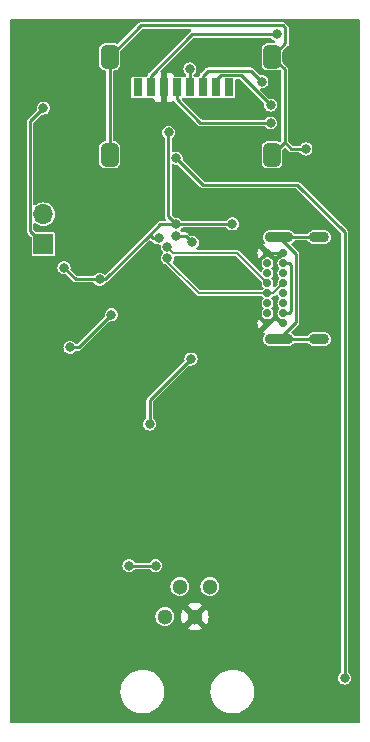
<source format=gbr>
%TF.GenerationSoftware,KiCad,Pcbnew,7.0.9*%
%TF.CreationDate,2024-01-01T22:47:05-05:00*%
%TF.ProjectId,Vex_Debug,5665785f-4465-4627-9567-2e6b69636164,rev?*%
%TF.SameCoordinates,Original*%
%TF.FileFunction,Copper,L2,Bot*%
%TF.FilePolarity,Positive*%
%FSLAX46Y46*%
G04 Gerber Fmt 4.6, Leading zero omitted, Abs format (unit mm)*
G04 Created by KiCad (PCBNEW 7.0.9) date 2024-01-01 22:47:05*
%MOMM*%
%LPD*%
G01*
G04 APERTURE LIST*
G04 Aperture macros list*
%AMRoundRect*
0 Rectangle with rounded corners*
0 $1 Rounding radius*
0 $2 $3 $4 $5 $6 $7 $8 $9 X,Y pos of 4 corners*
0 Add a 4 corners polygon primitive as box body*
4,1,4,$2,$3,$4,$5,$6,$7,$8,$9,$2,$3,0*
0 Add four circle primitives for the rounded corners*
1,1,$1+$1,$2,$3*
1,1,$1+$1,$4,$5*
1,1,$1+$1,$6,$7*
1,1,$1+$1,$8,$9*
0 Add four rect primitives between the rounded corners*
20,1,$1+$1,$2,$3,$4,$5,0*
20,1,$1+$1,$4,$5,$6,$7,0*
20,1,$1+$1,$6,$7,$8,$9,0*
20,1,$1+$1,$8,$9,$2,$3,0*%
G04 Aperture macros list end*
%TA.AperFunction,ComponentPad*%
%ADD10C,0.700000*%
%TD*%
%TA.AperFunction,ComponentPad*%
%ADD11O,2.400000X0.900000*%
%TD*%
%TA.AperFunction,ComponentPad*%
%ADD12O,1.700000X0.900000*%
%TD*%
%TA.AperFunction,ComponentPad*%
%ADD13R,1.700000X1.700000*%
%TD*%
%TA.AperFunction,ComponentPad*%
%ADD14O,1.700000X1.700000*%
%TD*%
%TA.AperFunction,ComponentPad*%
%ADD15C,1.300000*%
%TD*%
%TA.AperFunction,SMDPad,CuDef*%
%ADD16R,0.800000X1.500000*%
%TD*%
%TA.AperFunction,SMDPad,CuDef*%
%ADD17RoundRect,0.362500X0.362500X0.637500X-0.362500X0.637500X-0.362500X-0.637500X0.362500X-0.637500X0*%
%TD*%
%TA.AperFunction,ViaPad*%
%ADD18C,0.800000*%
%TD*%
%TA.AperFunction,Conductor*%
%ADD19C,0.250000*%
%TD*%
%TA.AperFunction,Conductor*%
%ADD20C,0.200000*%
%TD*%
G04 APERTURE END LIST*
D10*
%TO.P,J1,A1,GND*%
%TO.N,GND*%
X123975000Y-77975000D03*
%TO.P,J1,A4,VBUS*%
%TO.N,Net-(D6-A)*%
X123975000Y-77125000D03*
%TO.P,J1,A5,CC1*%
%TO.N,Net-(J1-CC1)*%
X123975000Y-76275000D03*
%TO.P,J1,A6,D+*%
%TO.N,/USB_D+*%
X123975000Y-75425000D03*
%TO.P,J1,A7,D-*%
%TO.N,/USB_D-*%
X123975000Y-74575000D03*
%TO.P,J1,A8,SBU1*%
%TO.N,unconnected-(J1-SBU1-PadA8)*%
X123975000Y-73725000D03*
%TO.P,J1,A9,VBUS*%
%TO.N,Net-(D6-A)*%
X123975000Y-72875000D03*
%TO.P,J1,A12,GND*%
%TO.N,GND*%
X123975000Y-72025000D03*
%TO.P,J1,B1,GND*%
X125325000Y-72025000D03*
%TO.P,J1,B4,VBUS*%
%TO.N,Net-(D6-A)*%
X125325000Y-72875000D03*
%TO.P,J1,B5,CC2*%
%TO.N,Net-(J1-CC2)*%
X125325000Y-73725000D03*
%TO.P,J1,B6,D+*%
%TO.N,/USB_D+*%
X125325000Y-74575000D03*
%TO.P,J1,B7,D-*%
%TO.N,/USB_D-*%
X125325000Y-75425000D03*
%TO.P,J1,B8,SBU2*%
%TO.N,unconnected-(J1-SBU2-PadB8)*%
X125325000Y-76275000D03*
%TO.P,J1,B9,VBUS*%
%TO.N,Net-(D6-A)*%
X125325000Y-77125000D03*
%TO.P,J1,B12,GND*%
%TO.N,GND*%
X125325000Y-77975000D03*
D11*
%TO.P,J1,S1,SHIELD*%
%TO.N,Net-(J1-SHIELD)*%
X124955000Y-79325000D03*
D12*
X128335000Y-79325000D03*
D11*
X124955000Y-70675000D03*
D12*
X128335000Y-70675000D03*
%TD*%
D13*
%TO.P,J3,1,Pin_1*%
%TO.N,/EN_PU*%
X105000000Y-71275000D03*
D14*
%TO.P,J3,2,Pin_2*%
%TO.N,/IO9_BOOT*%
X105000000Y-68735000D03*
%TD*%
D15*
%TO.P,CONN1,1,DA*%
%TO.N,/RJ9_DA*%
X115285000Y-102800000D03*
%TO.P,CONN1,2,DB*%
%TO.N,/RJ9_DB*%
X116555000Y-100260000D03*
%TO.P,CONN1,3,GND*%
%TO.N,GND*%
X117825000Y-102800000D03*
%TO.P,CONN1,4,+12V*%
%TO.N,Net-(CONN1-+12V)*%
X119095000Y-100260000D03*
%TD*%
D16*
%TO.P,J2,1,DAT2*%
%TO.N,unconnected-(J2-DAT2-Pad1)*%
X120700000Y-58000000D03*
%TO.P,J2,2,DAT3/CD*%
%TO.N,/SD_CS*%
X119600000Y-58000000D03*
%TO.P,J2,3,CMD*%
%TO.N,/SD_MOSI*%
X118500000Y-58000000D03*
%TO.P,J2,4,VDD*%
%TO.N,+3.3V*%
X117400000Y-58000000D03*
%TO.P,J2,5,CLK*%
%TO.N,/SD_SCL*%
X116300000Y-58000000D03*
%TO.P,J2,6,VSS*%
%TO.N,GND*%
X115200000Y-58000000D03*
%TO.P,J2,7,DAT0*%
%TO.N,/SD_MISO*%
X114100000Y-58000000D03*
%TO.P,J2,8,DAT1*%
%TO.N,unconnected-(J2-DAT1-Pad8)*%
X113000000Y-58000000D03*
D17*
%TO.P,J2,9,SHIELD*%
%TO.N,Net-(J2-SHIELD)*%
X124370000Y-63700000D03*
X124370000Y-55400000D03*
X110620000Y-63700000D03*
X110620000Y-55400000D03*
%TD*%
D18*
%TO.N,+3.3V*%
X120999525Y-69558581D03*
X117401503Y-56443716D03*
X109759787Y-74240213D03*
X116250000Y-69582896D03*
X106750000Y-73250000D03*
X115600000Y-61800000D03*
X114750000Y-70750000D03*
%TO.N,GND*%
X124500000Y-90000000D03*
X117750000Y-79000000D03*
X129800000Y-65400000D03*
X117106012Y-63363047D03*
X109815374Y-70388000D03*
X106000000Y-64500000D03*
X129750000Y-104500000D03*
X128000000Y-94500000D03*
X117500000Y-97000000D03*
X104902284Y-58622970D03*
X109250000Y-106000000D03*
X114000000Y-91250000D03*
X107500000Y-68000000D03*
X120363445Y-60083382D03*
X119343299Y-63363047D03*
X117750000Y-73000000D03*
X127000000Y-87000000D03*
X118000000Y-93250000D03*
X116029581Y-60099977D03*
X109250000Y-103250000D03*
%TO.N,/EN_PU*%
X105000000Y-59750000D03*
%TO.N,/RJ9_DB*%
X112250000Y-98500000D03*
X114500000Y-98500000D03*
%TO.N,Net-(D5-K)*%
X114000000Y-86500000D03*
X117500000Y-81000000D03*
%TO.N,/STAT_LED*%
X130500000Y-108000000D03*
X116250000Y-64000000D03*
%TO.N,/USB_D+*%
X115500000Y-72449503D03*
%TO.N,/USB_D-*%
X115500000Y-71500000D03*
%TO.N,/SD_CS*%
X124250000Y-59500000D03*
%TO.N,/SD_MOSI*%
X123500000Y-57500000D03*
%TO.N,/SD_SCL*%
X124250000Y-61000000D03*
%TO.N,/SD_MISO*%
X124750000Y-53500000D03*
%TO.N,Net-(J2-SHIELD)*%
X127227332Y-63215494D03*
%TO.N,Net-(Q1-E)*%
X107250000Y-80000000D03*
X110750000Y-77250000D03*
%TO.N,Net-(U4-~{RESET})*%
X117626083Y-71123917D03*
X116247807Y-70548304D03*
%TD*%
D19*
%TO.N,+3.3V*%
X116250000Y-69582896D02*
X115575000Y-68907896D01*
X117400000Y-58000000D02*
X117400000Y-56600000D01*
X114917104Y-69582896D02*
X114000000Y-70500000D01*
X109759787Y-74240213D02*
X107740213Y-74240213D01*
X116250000Y-69582896D02*
X114917104Y-69582896D01*
X114000000Y-70500000D02*
X110259787Y-74240213D01*
X115575000Y-68907896D02*
X115575000Y-61825000D01*
X117400000Y-56600000D02*
X117500000Y-56500000D01*
X107740213Y-74240213D02*
X106750000Y-73250000D01*
X120667104Y-69582896D02*
X121000000Y-69250000D01*
X110259787Y-74240213D02*
X109759787Y-74240213D01*
X114000000Y-70500000D02*
X114250000Y-70750000D01*
X115575000Y-61825000D02*
X115600000Y-61800000D01*
X116250000Y-69582896D02*
X120667104Y-69582896D01*
X114250000Y-70750000D02*
X114750000Y-70750000D01*
%TO.N,GND*%
X125325000Y-72025000D02*
X123975000Y-72025000D01*
%TO.N,Net-(D6-A)*%
X126000000Y-73055026D02*
X126000000Y-76944974D01*
X125819974Y-77125000D02*
X125325000Y-77125000D01*
X125325000Y-72875000D02*
X125819974Y-72875000D01*
X126000000Y-76944974D02*
X125819974Y-77125000D01*
X125819974Y-72875000D02*
X126000000Y-73055026D01*
%TO.N,/EN_PU*%
X103875000Y-70150000D02*
X103875000Y-60875000D01*
X103875000Y-60875000D02*
X105000000Y-59750000D01*
X105000000Y-71275000D02*
X103875000Y-70150000D01*
%TO.N,/RJ9_DB*%
X114500000Y-98500000D02*
X112250000Y-98500000D01*
%TO.N,Net-(D5-K)*%
X114000000Y-84500000D02*
X114000000Y-86500000D01*
X117500000Y-81000000D02*
X114000000Y-84500000D01*
%TO.N,Net-(J1-SHIELD)*%
X126400000Y-77880000D02*
X124955000Y-79325000D01*
X124955000Y-70675000D02*
X126400000Y-72120000D01*
X126400000Y-72120000D02*
X126400000Y-77880000D01*
X124955000Y-70675000D02*
X128335000Y-70675000D01*
X124955000Y-79325000D02*
X128335000Y-79325000D01*
%TO.N,/STAT_LED*%
X118500000Y-66250000D02*
X116250000Y-64000000D01*
X126500000Y-66250000D02*
X118500000Y-66250000D01*
X130500000Y-108000000D02*
X130500000Y-70250000D01*
X130500000Y-70250000D02*
X126500000Y-66250000D01*
D20*
%TO.N,/USB_D+*%
X123975000Y-75425000D02*
X124475000Y-75425000D01*
X115500000Y-72449503D02*
X115500000Y-72750000D01*
X124475000Y-75425000D02*
X125325000Y-74575000D01*
X115500000Y-72750000D02*
X118175000Y-75425000D01*
X118175000Y-75425000D02*
X123975000Y-75425000D01*
%TO.N,/USB_D-*%
X116000000Y-72000000D02*
X115500000Y-71500000D01*
X121400000Y-72000000D02*
X116000000Y-72000000D01*
X123975000Y-74575000D02*
X121400000Y-72000000D01*
D19*
%TO.N,/SD_CS*%
X120025000Y-56975000D02*
X121725000Y-56975000D01*
X121725000Y-56975000D02*
X124250000Y-59500000D01*
X119600000Y-58000000D02*
X119600000Y-57400000D01*
X119600000Y-57400000D02*
X120025000Y-56975000D01*
%TO.N,/SD_MOSI*%
X122575000Y-56575000D02*
X123500000Y-57500000D01*
X118500000Y-57000000D02*
X118925000Y-56575000D01*
X118500000Y-58000000D02*
X118500000Y-57000000D01*
X118925000Y-56575000D02*
X122575000Y-56575000D01*
%TO.N,/SD_SCL*%
X116300000Y-59000000D02*
X118300000Y-61000000D01*
X118300000Y-61000000D02*
X124250000Y-61000000D01*
X116300000Y-58000000D02*
X116300000Y-59000000D01*
%TO.N,/SD_MISO*%
X114100000Y-58000000D02*
X114100000Y-57000000D01*
X117600000Y-53500000D02*
X124750000Y-53500000D01*
X114100000Y-57000000D02*
X117600000Y-53500000D01*
%TO.N,Net-(J2-SHIELD)*%
X124370000Y-63700000D02*
X125425000Y-62645000D01*
X125250000Y-52750000D02*
X125500000Y-53000000D01*
X110620000Y-63700000D02*
X110620000Y-55400000D01*
X125425000Y-62645000D02*
X125425000Y-56455000D01*
X125500000Y-53000000D02*
X125500000Y-54270000D01*
X110620000Y-55400000D02*
X113270000Y-52750000D01*
X125995494Y-63215494D02*
X125425000Y-62645000D01*
X125500000Y-54270000D02*
X124370000Y-55400000D01*
X125425000Y-56455000D02*
X124370000Y-55400000D01*
X113270000Y-52750000D02*
X125250000Y-52750000D01*
X127227332Y-63215494D02*
X125995494Y-63215494D01*
X110620000Y-63700000D02*
X110958047Y-64038047D01*
X124031953Y-64038047D02*
X124370000Y-63700000D01*
%TO.N,Net-(Q1-E)*%
X108000000Y-80000000D02*
X110750000Y-77250000D01*
X107250000Y-80000000D02*
X108000000Y-80000000D01*
%TO.N,Net-(U4-~{RESET})*%
X117050470Y-70548304D02*
X117626083Y-71123917D01*
X116247807Y-70548304D02*
X117050470Y-70548304D01*
%TD*%
%TA.AperFunction,Conductor*%
%TO.N,GND*%
G36*
X121312171Y-72270502D02*
G01*
X121333145Y-72287405D01*
X123443783Y-74398043D01*
X123477809Y-74460355D01*
X123479406Y-74505066D01*
X123470789Y-74565009D01*
X123469353Y-74575000D01*
X123489835Y-74717457D01*
X123509142Y-74759733D01*
X123549623Y-74848373D01*
X123609511Y-74917488D01*
X123639004Y-74982069D01*
X123628899Y-75052343D01*
X123609511Y-75082512D01*
X123567486Y-75131012D01*
X123507760Y-75169396D01*
X123472261Y-75174500D01*
X118330950Y-75174500D01*
X118262829Y-75154498D01*
X118241855Y-75137595D01*
X115994098Y-72889838D01*
X115960072Y-72827526D01*
X115965137Y-72756711D01*
X115977361Y-72734644D01*
X115976732Y-72734281D01*
X115980861Y-72727128D01*
X115994272Y-72694750D01*
X116036330Y-72593212D01*
X116055250Y-72449503D01*
X116047804Y-72392946D01*
X116058743Y-72322798D01*
X116105871Y-72269699D01*
X116172726Y-72250500D01*
X121244050Y-72250500D01*
X121312171Y-72270502D01*
G37*
%TD.AperFunction*%
%TA.AperFunction,Conductor*%
G36*
X131741621Y-52220502D02*
G01*
X131788114Y-52274158D01*
X131799500Y-52326500D01*
X131799500Y-111673500D01*
X131779498Y-111741621D01*
X131725842Y-111788114D01*
X131673500Y-111799500D01*
X102326500Y-111799500D01*
X102258379Y-111779498D01*
X102211886Y-111725842D01*
X102200500Y-111673500D01*
X102200500Y-109217911D01*
X111521780Y-109217911D01*
X111551468Y-109487742D01*
X111620132Y-109750386D01*
X111726304Y-110000227D01*
X111867716Y-110231940D01*
X111867721Y-110231946D01*
X112041366Y-110440602D01*
X112041370Y-110440606D01*
X112243535Y-110621748D01*
X112243539Y-110621750D01*
X112243546Y-110621757D01*
X112469947Y-110771542D01*
X112469949Y-110771543D01*
X112715740Y-110886766D01*
X112715742Y-110886766D01*
X112715743Y-110886767D01*
X112975697Y-110964975D01*
X112975700Y-110964975D01*
X112975702Y-110964976D01*
X113244264Y-111004500D01*
X113244268Y-111004500D01*
X113447783Y-111004500D01*
X113528964Y-110998558D01*
X113650740Y-110989645D01*
X113915709Y-110930621D01*
X114169261Y-110833646D01*
X114405991Y-110700786D01*
X114620853Y-110534875D01*
X114809269Y-110339447D01*
X114967223Y-110118668D01*
X115091348Y-109877244D01*
X115178998Y-109620320D01*
X115228306Y-109353371D01*
X115233256Y-109217911D01*
X119141780Y-109217911D01*
X119171468Y-109487742D01*
X119240132Y-109750386D01*
X119346304Y-110000227D01*
X119487716Y-110231940D01*
X119487721Y-110231946D01*
X119661366Y-110440602D01*
X119661370Y-110440606D01*
X119863535Y-110621748D01*
X119863539Y-110621750D01*
X119863546Y-110621757D01*
X120089947Y-110771542D01*
X120089949Y-110771543D01*
X120335740Y-110886766D01*
X120335742Y-110886766D01*
X120335743Y-110886767D01*
X120595697Y-110964975D01*
X120595700Y-110964975D01*
X120595702Y-110964976D01*
X120864264Y-111004500D01*
X120864268Y-111004500D01*
X121067783Y-111004500D01*
X121148964Y-110998558D01*
X121270740Y-110989645D01*
X121535709Y-110930621D01*
X121789261Y-110833646D01*
X122025991Y-110700786D01*
X122240853Y-110534875D01*
X122429269Y-110339447D01*
X122587223Y-110118668D01*
X122711348Y-109877244D01*
X122798998Y-109620320D01*
X122848306Y-109353371D01*
X122858220Y-109082089D01*
X122843315Y-108946629D01*
X122828531Y-108812257D01*
X122828530Y-108812253D01*
X122759868Y-108549616D01*
X122653697Y-108299776D01*
X122512281Y-108068056D01*
X122338632Y-107859396D01*
X122335166Y-107856290D01*
X122136464Y-107678251D01*
X122136459Y-107678247D01*
X122136454Y-107678243D01*
X121910053Y-107528458D01*
X121910050Y-107528456D01*
X121664259Y-107413233D01*
X121404297Y-107335023D01*
X121135735Y-107295500D01*
X121135732Y-107295500D01*
X120932219Y-107295500D01*
X120932217Y-107295500D01*
X120729262Y-107310354D01*
X120464287Y-107369380D01*
X120464285Y-107369381D01*
X120210738Y-107466354D01*
X119974008Y-107599214D01*
X119759145Y-107765126D01*
X119759144Y-107765127D01*
X119570732Y-107960551D01*
X119570727Y-107960557D01*
X119412779Y-108181328D01*
X119412775Y-108181333D01*
X119288652Y-108422753D01*
X119201000Y-108679686D01*
X119151693Y-108946632D01*
X119141780Y-109217911D01*
X115233256Y-109217911D01*
X115238220Y-109082089D01*
X115223315Y-108946629D01*
X115208531Y-108812257D01*
X115208530Y-108812253D01*
X115139868Y-108549616D01*
X115033697Y-108299776D01*
X114892281Y-108068056D01*
X114718632Y-107859396D01*
X114715166Y-107856290D01*
X114516464Y-107678251D01*
X114516459Y-107678247D01*
X114516454Y-107678243D01*
X114290053Y-107528458D01*
X114290050Y-107528456D01*
X114044259Y-107413233D01*
X113784297Y-107335023D01*
X113515735Y-107295500D01*
X113515732Y-107295500D01*
X113312219Y-107295500D01*
X113312217Y-107295500D01*
X113109262Y-107310354D01*
X112844287Y-107369380D01*
X112844285Y-107369381D01*
X112590738Y-107466354D01*
X112354008Y-107599214D01*
X112139145Y-107765126D01*
X112139144Y-107765127D01*
X111950732Y-107960551D01*
X111950727Y-107960557D01*
X111792779Y-108181328D01*
X111792775Y-108181333D01*
X111668652Y-108422753D01*
X111581000Y-108679686D01*
X111531693Y-108946632D01*
X111521780Y-109217911D01*
X102200500Y-109217911D01*
X102200500Y-102800000D01*
X114479435Y-102800000D01*
X114499632Y-102979255D01*
X114499633Y-102979257D01*
X114559211Y-103149522D01*
X114559212Y-103149525D01*
X114655182Y-103302260D01*
X114655183Y-103302262D01*
X114782737Y-103429816D01*
X114782739Y-103429817D01*
X114935474Y-103525787D01*
X114935475Y-103525787D01*
X114935478Y-103525789D01*
X115105745Y-103585368D01*
X115285000Y-103605565D01*
X115464255Y-103585368D01*
X115634522Y-103525789D01*
X115787262Y-103429816D01*
X115914816Y-103302262D01*
X116010789Y-103149522D01*
X116070368Y-102979255D01*
X116090565Y-102800004D01*
X116662039Y-102800004D01*
X116681840Y-103013688D01*
X116681840Y-103013692D01*
X116740570Y-103220109D01*
X116740571Y-103220111D01*
X116836232Y-103412221D01*
X116843690Y-103422097D01*
X116843691Y-103422097D01*
X117380155Y-102885632D01*
X117381327Y-102901265D01*
X117430887Y-103027541D01*
X117515465Y-103133599D01*
X117627547Y-103210016D01*
X117739623Y-103244586D01*
X117205674Y-103778534D01*
X117306623Y-103841039D01*
X117306630Y-103841042D01*
X117506736Y-103918564D01*
X117506735Y-103918564D01*
X117717697Y-103958000D01*
X117932303Y-103958000D01*
X118143264Y-103918564D01*
X118343370Y-103841042D01*
X118343379Y-103841037D01*
X118444325Y-103778534D01*
X117908316Y-103242525D01*
X117959138Y-103234865D01*
X118081357Y-103176007D01*
X118180798Y-103083740D01*
X118248625Y-102966260D01*
X118267550Y-102883339D01*
X118806308Y-103422097D01*
X118813769Y-103412219D01*
X118909429Y-103220107D01*
X118968159Y-103013692D01*
X118968159Y-103013688D01*
X118987961Y-102800004D01*
X118987961Y-102799995D01*
X118968159Y-102586311D01*
X118968159Y-102586307D01*
X118909429Y-102379890D01*
X118909428Y-102379888D01*
X118813768Y-102187779D01*
X118806308Y-102177901D01*
X118269844Y-102714364D01*
X118268673Y-102698735D01*
X118219113Y-102572459D01*
X118134535Y-102466401D01*
X118022453Y-102389984D01*
X117910376Y-102355413D01*
X118444324Y-101821464D01*
X118343376Y-101758960D01*
X118343369Y-101758957D01*
X118143263Y-101681435D01*
X118143264Y-101681435D01*
X117932303Y-101642000D01*
X117717697Y-101642000D01*
X117506735Y-101681435D01*
X117306630Y-101758957D01*
X117306618Y-101758963D01*
X117205673Y-101821464D01*
X117741683Y-102357474D01*
X117690862Y-102365135D01*
X117568643Y-102423993D01*
X117469202Y-102516260D01*
X117401375Y-102633740D01*
X117382449Y-102716659D01*
X116843690Y-102177901D01*
X116836232Y-102187777D01*
X116836232Y-102187778D01*
X116740571Y-102379888D01*
X116740570Y-102379890D01*
X116681840Y-102586307D01*
X116681840Y-102586311D01*
X116662039Y-102799995D01*
X116662039Y-102800004D01*
X116090565Y-102800004D01*
X116090565Y-102800000D01*
X116070368Y-102620745D01*
X116010789Y-102450478D01*
X116010787Y-102450475D01*
X116010787Y-102450474D01*
X115914817Y-102297739D01*
X115914816Y-102297737D01*
X115787262Y-102170183D01*
X115787260Y-102170182D01*
X115634525Y-102074212D01*
X115634522Y-102074211D01*
X115464255Y-102014632D01*
X115285000Y-101994435D01*
X115105745Y-102014632D01*
X115105742Y-102014632D01*
X115105742Y-102014633D01*
X114935477Y-102074211D01*
X114935474Y-102074212D01*
X114782739Y-102170182D01*
X114782737Y-102170183D01*
X114655183Y-102297737D01*
X114655182Y-102297739D01*
X114559212Y-102450474D01*
X114559211Y-102450477D01*
X114559211Y-102450478D01*
X114499632Y-102620745D01*
X114479435Y-102800000D01*
X102200500Y-102800000D01*
X102200500Y-100260000D01*
X115749435Y-100260000D01*
X115769632Y-100439255D01*
X115769633Y-100439257D01*
X115829211Y-100609522D01*
X115829212Y-100609525D01*
X115925182Y-100762260D01*
X115925183Y-100762262D01*
X116052737Y-100889816D01*
X116052739Y-100889817D01*
X116205474Y-100985787D01*
X116205475Y-100985787D01*
X116205478Y-100985789D01*
X116375745Y-101045368D01*
X116555000Y-101065565D01*
X116734255Y-101045368D01*
X116904522Y-100985789D01*
X117057262Y-100889816D01*
X117184816Y-100762262D01*
X117280789Y-100609522D01*
X117340368Y-100439255D01*
X117360565Y-100260000D01*
X118289435Y-100260000D01*
X118309632Y-100439255D01*
X118309633Y-100439257D01*
X118369211Y-100609522D01*
X118369212Y-100609525D01*
X118465182Y-100762260D01*
X118465183Y-100762262D01*
X118592737Y-100889816D01*
X118592739Y-100889817D01*
X118745474Y-100985787D01*
X118745475Y-100985787D01*
X118745478Y-100985789D01*
X118915745Y-101045368D01*
X119095000Y-101065565D01*
X119274255Y-101045368D01*
X119444522Y-100985789D01*
X119597262Y-100889816D01*
X119724816Y-100762262D01*
X119820789Y-100609522D01*
X119880368Y-100439255D01*
X119900565Y-100260000D01*
X119880368Y-100080745D01*
X119820789Y-99910478D01*
X119820787Y-99910475D01*
X119820787Y-99910474D01*
X119724817Y-99757739D01*
X119724816Y-99757737D01*
X119597262Y-99630183D01*
X119597260Y-99630182D01*
X119444525Y-99534212D01*
X119444522Y-99534211D01*
X119274255Y-99474632D01*
X119095000Y-99454435D01*
X118915745Y-99474632D01*
X118915742Y-99474632D01*
X118915742Y-99474633D01*
X118745477Y-99534211D01*
X118745474Y-99534212D01*
X118592739Y-99630182D01*
X118592737Y-99630183D01*
X118465183Y-99757737D01*
X118465182Y-99757739D01*
X118369212Y-99910474D01*
X118369211Y-99910477D01*
X118369211Y-99910478D01*
X118309632Y-100080745D01*
X118289435Y-100260000D01*
X117360565Y-100260000D01*
X117340368Y-100080745D01*
X117280789Y-99910478D01*
X117280787Y-99910475D01*
X117280787Y-99910474D01*
X117184817Y-99757739D01*
X117184816Y-99757737D01*
X117057262Y-99630183D01*
X117057260Y-99630182D01*
X116904525Y-99534212D01*
X116904522Y-99534211D01*
X116734255Y-99474632D01*
X116555000Y-99454435D01*
X116375745Y-99474632D01*
X116375742Y-99474632D01*
X116375742Y-99474633D01*
X116205477Y-99534211D01*
X116205474Y-99534212D01*
X116052739Y-99630182D01*
X116052737Y-99630183D01*
X115925183Y-99757737D01*
X115925182Y-99757739D01*
X115829212Y-99910474D01*
X115829211Y-99910477D01*
X115829211Y-99910478D01*
X115769632Y-100080745D01*
X115749435Y-100260000D01*
X102200500Y-100260000D01*
X102200500Y-98500000D01*
X111694750Y-98500000D01*
X111713670Y-98643709D01*
X111769137Y-98777624D01*
X111857378Y-98892621D01*
X111972375Y-98980862D01*
X112056821Y-99015839D01*
X112106291Y-99036330D01*
X112250000Y-99055250D01*
X112393709Y-99036330D01*
X112478155Y-99001351D01*
X112527624Y-98980862D01*
X112642618Y-98892623D01*
X112642617Y-98892623D01*
X112642621Y-98892621D01*
X112694666Y-98824793D01*
X112752002Y-98782929D01*
X112794627Y-98775500D01*
X113955373Y-98775500D01*
X114023494Y-98795502D01*
X114055331Y-98824792D01*
X114107379Y-98892621D01*
X114107381Y-98892623D01*
X114222375Y-98980862D01*
X114306821Y-99015839D01*
X114356291Y-99036330D01*
X114500000Y-99055250D01*
X114643709Y-99036330D01*
X114728155Y-99001351D01*
X114777624Y-98980862D01*
X114892621Y-98892621D01*
X114980862Y-98777624D01*
X115001351Y-98728155D01*
X115036330Y-98643709D01*
X115055250Y-98500000D01*
X115036330Y-98356291D01*
X115015839Y-98306821D01*
X114980862Y-98222375D01*
X114892621Y-98107378D01*
X114777624Y-98019137D01*
X114643709Y-97963670D01*
X114500000Y-97944750D01*
X114356290Y-97963670D01*
X114222375Y-98019137D01*
X114107381Y-98107376D01*
X114107379Y-98107379D01*
X114055333Y-98175206D01*
X113997998Y-98217071D01*
X113955373Y-98224500D01*
X112794627Y-98224500D01*
X112726506Y-98204498D01*
X112694668Y-98175207D01*
X112642621Y-98107379D01*
X112642619Y-98107377D01*
X112642618Y-98107376D01*
X112527624Y-98019137D01*
X112393709Y-97963670D01*
X112250000Y-97944750D01*
X112106290Y-97963670D01*
X111972375Y-98019137D01*
X111857378Y-98107378D01*
X111769137Y-98222375D01*
X111713670Y-98356290D01*
X111694750Y-98499999D01*
X111694750Y-98500000D01*
X102200500Y-98500000D01*
X102200500Y-86500000D01*
X113444750Y-86500000D01*
X113463670Y-86643709D01*
X113519137Y-86777624D01*
X113607378Y-86892621D01*
X113722375Y-86980862D01*
X113806821Y-87015839D01*
X113856291Y-87036330D01*
X114000000Y-87055250D01*
X114143709Y-87036330D01*
X114228155Y-87001351D01*
X114277624Y-86980862D01*
X114392621Y-86892621D01*
X114480862Y-86777624D01*
X114501351Y-86728155D01*
X114536330Y-86643709D01*
X114555250Y-86500000D01*
X114536330Y-86356291D01*
X114515839Y-86306821D01*
X114480862Y-86222375D01*
X114392621Y-86107378D01*
X114324796Y-86055334D01*
X114282929Y-85997996D01*
X114275500Y-85955372D01*
X114275500Y-84666305D01*
X114295502Y-84598184D01*
X114312400Y-84577215D01*
X117309699Y-81579915D01*
X117372009Y-81545891D01*
X117415234Y-81544090D01*
X117500000Y-81555250D01*
X117643709Y-81536330D01*
X117728155Y-81501351D01*
X117777624Y-81480862D01*
X117892621Y-81392621D01*
X117980862Y-81277624D01*
X118017031Y-81190301D01*
X118036330Y-81143709D01*
X118055250Y-81000000D01*
X118036330Y-80856291D01*
X118015839Y-80806821D01*
X117980862Y-80722375D01*
X117892621Y-80607378D01*
X117777624Y-80519137D01*
X117643709Y-80463670D01*
X117500000Y-80444750D01*
X117356290Y-80463670D01*
X117222375Y-80519137D01*
X117107378Y-80607378D01*
X117019137Y-80722375D01*
X116963670Y-80856290D01*
X116944750Y-80999999D01*
X116944750Y-81000002D01*
X116955908Y-81084761D01*
X116944968Y-81154909D01*
X116920081Y-81190301D01*
X113833152Y-84277230D01*
X113814065Y-84292896D01*
X113801375Y-84301375D01*
X113740485Y-84392503D01*
X113738674Y-84398472D01*
X113738064Y-84404676D01*
X113719103Y-84499999D01*
X113722079Y-84514960D01*
X113724500Y-84539542D01*
X113724500Y-85955372D01*
X113704498Y-86023493D01*
X113675204Y-86055334D01*
X113607378Y-86107378D01*
X113519137Y-86222375D01*
X113463670Y-86356290D01*
X113444750Y-86499999D01*
X113444750Y-86500000D01*
X102200500Y-86500000D01*
X102200500Y-80000000D01*
X106694750Y-80000000D01*
X106713670Y-80143709D01*
X106769137Y-80277624D01*
X106857378Y-80392621D01*
X106972375Y-80480862D01*
X107056821Y-80515839D01*
X107106291Y-80536330D01*
X107250000Y-80555250D01*
X107393709Y-80536330D01*
X107478155Y-80501351D01*
X107527624Y-80480862D01*
X107642618Y-80392623D01*
X107642617Y-80392623D01*
X107642621Y-80392621D01*
X107694666Y-80324793D01*
X107752002Y-80282929D01*
X107794627Y-80275500D01*
X107960457Y-80275500D01*
X107985038Y-80277921D01*
X107988587Y-80278626D01*
X108000000Y-80280897D01*
X108027132Y-80275500D01*
X108027133Y-80275500D01*
X108107495Y-80259515D01*
X108149465Y-80231471D01*
X108175622Y-80213994D01*
X108175622Y-80213993D01*
X108189266Y-80204877D01*
X108189268Y-80204874D01*
X108198624Y-80198624D01*
X108207100Y-80185938D01*
X108222765Y-80166849D01*
X110414614Y-77975000D01*
X123112274Y-77975000D01*
X123131128Y-78154376D01*
X123186858Y-78325896D01*
X123186860Y-78325901D01*
X123215420Y-78375369D01*
X123570140Y-78020649D01*
X123775000Y-78020649D01*
X123814613Y-78102905D01*
X123885992Y-78159827D01*
X123952468Y-78175000D01*
X123997532Y-78175000D01*
X124064008Y-78159827D01*
X124135387Y-78102905D01*
X124175000Y-78020649D01*
X124175000Y-77929351D01*
X124135387Y-77847095D01*
X124064008Y-77790173D01*
X123997532Y-77775000D01*
X123952468Y-77775000D01*
X123885992Y-77790173D01*
X123814613Y-77847095D01*
X123775000Y-77929351D01*
X123775000Y-78020649D01*
X123570140Y-78020649D01*
X123615790Y-77974999D01*
X123215420Y-77574629D01*
X123215419Y-77574630D01*
X123186864Y-77624091D01*
X123186858Y-77624102D01*
X123131128Y-77795623D01*
X123112274Y-77975000D01*
X110414614Y-77975000D01*
X110559699Y-77829915D01*
X110622009Y-77795891D01*
X110665234Y-77794090D01*
X110750000Y-77805250D01*
X110893709Y-77786330D01*
X110978155Y-77751351D01*
X111027624Y-77730862D01*
X111142621Y-77642621D01*
X111230862Y-77527624D01*
X111267031Y-77440301D01*
X111286330Y-77393709D01*
X111305250Y-77250000D01*
X111286330Y-77106291D01*
X111265839Y-77056821D01*
X111230862Y-76972375D01*
X111142621Y-76857378D01*
X111027624Y-76769137D01*
X110893709Y-76713670D01*
X110750000Y-76694750D01*
X110606290Y-76713670D01*
X110472375Y-76769137D01*
X110357378Y-76857378D01*
X110269137Y-76972375D01*
X110213670Y-77106290D01*
X110194750Y-77249999D01*
X110194750Y-77250002D01*
X110205908Y-77334761D01*
X110194968Y-77404909D01*
X110170081Y-77440301D01*
X107922789Y-79687595D01*
X107860477Y-79721620D01*
X107833694Y-79724500D01*
X107794627Y-79724500D01*
X107726506Y-79704498D01*
X107694668Y-79675207D01*
X107642621Y-79607379D01*
X107642619Y-79607377D01*
X107642618Y-79607376D01*
X107527624Y-79519137D01*
X107393709Y-79463670D01*
X107250000Y-79444750D01*
X107106290Y-79463670D01*
X106972375Y-79519137D01*
X106857378Y-79607378D01*
X106769137Y-79722375D01*
X106713670Y-79856290D01*
X106694750Y-79999999D01*
X106694750Y-80000000D01*
X102200500Y-80000000D01*
X102200500Y-73250000D01*
X106194750Y-73250000D01*
X106213670Y-73393709D01*
X106269137Y-73527624D01*
X106357378Y-73642621D01*
X106472375Y-73730862D01*
X106541159Y-73759352D01*
X106606291Y-73786330D01*
X106750000Y-73805250D01*
X106834762Y-73794090D01*
X106904907Y-73805029D01*
X106940301Y-73829917D01*
X107517441Y-74407057D01*
X107533109Y-74426147D01*
X107541588Y-74438836D01*
X107541589Y-74438837D01*
X107561683Y-74452263D01*
X107561699Y-74452275D01*
X107632719Y-74499729D01*
X107740212Y-74521110D01*
X107740212Y-74521109D01*
X107740213Y-74521110D01*
X107755176Y-74518133D01*
X107779755Y-74515713D01*
X109215160Y-74515713D01*
X109283281Y-74535715D01*
X109315118Y-74565005D01*
X109367166Y-74632834D01*
X109367168Y-74632836D01*
X109482162Y-74721075D01*
X109556714Y-74751954D01*
X109616078Y-74776543D01*
X109759787Y-74795463D01*
X109903496Y-74776543D01*
X109987942Y-74741564D01*
X110037411Y-74721075D01*
X110064167Y-74700544D01*
X110152408Y-74632834D01*
X110205368Y-74563814D01*
X110262705Y-74521948D01*
X110280616Y-74516966D01*
X110280716Y-74516946D01*
X110280850Y-74516933D01*
X110280848Y-74516921D01*
X110302849Y-74512544D01*
X110367282Y-74499728D01*
X110409252Y-74471684D01*
X110435409Y-74454207D01*
X110435409Y-74454206D01*
X110449053Y-74445090D01*
X110449055Y-74445087D01*
X110458411Y-74438837D01*
X110466890Y-74426147D01*
X110482552Y-74407062D01*
X113912088Y-70977527D01*
X113974398Y-70943503D01*
X114045214Y-70948568D01*
X114071179Y-70961856D01*
X114077355Y-70965983D01*
X114142503Y-71009514D01*
X114142505Y-71009515D01*
X114222867Y-71025500D01*
X114222869Y-71025500D01*
X114225161Y-71025956D01*
X114225169Y-71025957D01*
X114229220Y-71026762D01*
X114229448Y-71026809D01*
X114292248Y-71059926D01*
X114304417Y-71073601D01*
X114357378Y-71142621D01*
X114472375Y-71230862D01*
X114542830Y-71260044D01*
X114606291Y-71286330D01*
X114750000Y-71305250D01*
X114811475Y-71297156D01*
X114881622Y-71308095D01*
X114934721Y-71355222D01*
X114953912Y-71423576D01*
X114952843Y-71438524D01*
X114944750Y-71499998D01*
X114944750Y-71500000D01*
X114963670Y-71643709D01*
X115019137Y-71777624D01*
X115111542Y-71898047D01*
X115137143Y-71964267D01*
X115122878Y-72033816D01*
X115111543Y-72051455D01*
X115019136Y-72171881D01*
X114963670Y-72305793D01*
X114944750Y-72449502D01*
X114944750Y-72449503D01*
X114963670Y-72593212D01*
X115019137Y-72727127D01*
X115107378Y-72842124D01*
X115222375Y-72930365D01*
X115323800Y-72972375D01*
X115356291Y-72985833D01*
X115356294Y-72985833D01*
X115358214Y-72986348D01*
X115359939Y-72987344D01*
X115363920Y-72988993D01*
X115363702Y-72989517D01*
X115414700Y-73018960D01*
X117971643Y-75575903D01*
X117987309Y-75594991D01*
X117994399Y-75605601D01*
X118047463Y-75641057D01*
X118077259Y-75660966D01*
X118175000Y-75680408D01*
X118175001Y-75680408D01*
X118187504Y-75677921D01*
X118212085Y-75675500D01*
X123472261Y-75675500D01*
X123540382Y-75695502D01*
X123567486Y-75718988D01*
X123609511Y-75767488D01*
X123639004Y-75832069D01*
X123628899Y-75902343D01*
X123609511Y-75932512D01*
X123549623Y-76001626D01*
X123489835Y-76132543D01*
X123469353Y-76275000D01*
X123489835Y-76417456D01*
X123549623Y-76548373D01*
X123609511Y-76617488D01*
X123639004Y-76682069D01*
X123628899Y-76752343D01*
X123609511Y-76782512D01*
X123549623Y-76851626D01*
X123546996Y-76857379D01*
X123489835Y-76982543D01*
X123469353Y-77125000D01*
X123489835Y-77267457D01*
X123543294Y-77384515D01*
X123549623Y-77398373D01*
X123643873Y-77507144D01*
X123704409Y-77546048D01*
X123764947Y-77584953D01*
X123903039Y-77625500D01*
X124046961Y-77625500D01*
X124185053Y-77584953D01*
X124306128Y-77507143D01*
X124400377Y-77398373D01*
X124460165Y-77267457D01*
X124480647Y-77125000D01*
X124460165Y-76982543D01*
X124400377Y-76851627D01*
X124340488Y-76782510D01*
X124310996Y-76717932D01*
X124321099Y-76647658D01*
X124340486Y-76617490D01*
X124400377Y-76548373D01*
X124460165Y-76417457D01*
X124480647Y-76275000D01*
X124460165Y-76132543D01*
X124400377Y-76001627D01*
X124340488Y-75932510D01*
X124310996Y-75867932D01*
X124321099Y-75797658D01*
X124340486Y-75767490D01*
X124378262Y-75723894D01*
X124437988Y-75685512D01*
X124473486Y-75680408D01*
X124475000Y-75680408D01*
X124572741Y-75660966D01*
X124602536Y-75641057D01*
X124655601Y-75605601D01*
X124655603Y-75605597D01*
X124664375Y-75596826D01*
X124667227Y-75599678D01*
X124704327Y-75568666D01*
X124774769Y-75559810D01*
X124838816Y-75590444D01*
X124869241Y-75631846D01*
X124882539Y-75660965D01*
X124899623Y-75698373D01*
X124959511Y-75767488D01*
X124989004Y-75832069D01*
X124978899Y-75902343D01*
X124959511Y-75932512D01*
X124899623Y-76001626D01*
X124839835Y-76132543D01*
X124819353Y-76275000D01*
X124839835Y-76417456D01*
X124899623Y-76548373D01*
X124959511Y-76617488D01*
X124989004Y-76682069D01*
X124978899Y-76752343D01*
X124959511Y-76782512D01*
X124899623Y-76851626D01*
X124896996Y-76857379D01*
X124839835Y-76982543D01*
X124819353Y-77125000D01*
X124839835Y-77267457D01*
X124893294Y-77384515D01*
X124899623Y-77398373D01*
X124993873Y-77507144D01*
X125054409Y-77546048D01*
X125114947Y-77584953D01*
X125253039Y-77625500D01*
X125282520Y-77625500D01*
X125350641Y-77645502D01*
X125371615Y-77662405D01*
X125595115Y-77885905D01*
X125629141Y-77948217D01*
X125624076Y-78019032D01*
X125595115Y-78064096D01*
X125414095Y-78245115D01*
X125351783Y-78279140D01*
X125280967Y-78274075D01*
X125235905Y-78245114D01*
X125011440Y-78020649D01*
X125125000Y-78020649D01*
X125164613Y-78102905D01*
X125235992Y-78159827D01*
X125302468Y-78175000D01*
X125347532Y-78175000D01*
X125414008Y-78159827D01*
X125485387Y-78102905D01*
X125525000Y-78020649D01*
X125525000Y-77929351D01*
X125485387Y-77847095D01*
X125414008Y-77790173D01*
X125347532Y-77775000D01*
X125302468Y-77775000D01*
X125235992Y-77790173D01*
X125164613Y-77847095D01*
X125125000Y-77929351D01*
X125125000Y-78020649D01*
X125011440Y-78020649D01*
X124650001Y-77659210D01*
X124649999Y-77659210D01*
X123975000Y-78334210D01*
X123573687Y-78735522D01*
X123671198Y-78778936D01*
X123725294Y-78824916D01*
X123745944Y-78892843D01*
X123726592Y-78961151D01*
X123719914Y-78970745D01*
X123680467Y-79022153D01*
X123680463Y-79022160D01*
X123619955Y-79168239D01*
X123599318Y-79324999D01*
X123599318Y-79325000D01*
X123619955Y-79481760D01*
X123619956Y-79481762D01*
X123680464Y-79627841D01*
X123776718Y-79753282D01*
X123902159Y-79849536D01*
X124048238Y-79910044D01*
X124165639Y-79925500D01*
X124165646Y-79925500D01*
X125744354Y-79925500D01*
X125744361Y-79925500D01*
X125861762Y-79910044D01*
X126007841Y-79849536D01*
X126133282Y-79753282D01*
X126212689Y-79649795D01*
X126270027Y-79607929D01*
X126312652Y-79600500D01*
X127327348Y-79600500D01*
X127395469Y-79620502D01*
X127427309Y-79649794D01*
X127506718Y-79753282D01*
X127632159Y-79849536D01*
X127778238Y-79910044D01*
X127895639Y-79925500D01*
X127895646Y-79925500D01*
X128774354Y-79925500D01*
X128774361Y-79925500D01*
X128891762Y-79910044D01*
X129037841Y-79849536D01*
X129163282Y-79753282D01*
X129259536Y-79627841D01*
X129320044Y-79481762D01*
X129340682Y-79325000D01*
X129320044Y-79168238D01*
X129259536Y-79022159D01*
X129163282Y-78896718D01*
X129037841Y-78800464D01*
X128965198Y-78770374D01*
X128891760Y-78739955D01*
X128774363Y-78724500D01*
X128774361Y-78724500D01*
X127895639Y-78724500D01*
X127895636Y-78724500D01*
X127778239Y-78739955D01*
X127632160Y-78800463D01*
X127632157Y-78800465D01*
X127511768Y-78892843D01*
X127506718Y-78896718D01*
X127449916Y-78970745D01*
X127427311Y-79000204D01*
X127369973Y-79042071D01*
X127327348Y-79049500D01*
X126312652Y-79049500D01*
X126244531Y-79029498D01*
X126212689Y-79000204D01*
X126133282Y-78896718D01*
X126043350Y-78827711D01*
X126001484Y-78770374D01*
X125997262Y-78699503D01*
X126030958Y-78638656D01*
X126566849Y-78102765D01*
X126585938Y-78087100D01*
X126598624Y-78078624D01*
X126658444Y-77989097D01*
X126660714Y-77985922D01*
X126669707Y-77974135D01*
X126666295Y-77957748D01*
X126668307Y-77943295D01*
X126680897Y-77880000D01*
X126677921Y-77865037D01*
X126675500Y-77840457D01*
X126675500Y-72159542D01*
X126677921Y-72134960D01*
X126680897Y-72120000D01*
X126659516Y-72012506D01*
X126649968Y-71998217D01*
X126612062Y-71941486D01*
X126612050Y-71941470D01*
X126598623Y-71921375D01*
X126585934Y-71912896D01*
X126566844Y-71897228D01*
X126030961Y-71361345D01*
X125996935Y-71299033D01*
X126002000Y-71228218D01*
X126043351Y-71172288D01*
X126133282Y-71103282D01*
X126212689Y-70999795D01*
X126270027Y-70957929D01*
X126312652Y-70950500D01*
X127327348Y-70950500D01*
X127395469Y-70970502D01*
X127427309Y-70999794D01*
X127506718Y-71103282D01*
X127632159Y-71199536D01*
X127778238Y-71260044D01*
X127895639Y-71275500D01*
X127895646Y-71275500D01*
X128774354Y-71275500D01*
X128774361Y-71275500D01*
X128891762Y-71260044D01*
X129037841Y-71199536D01*
X129163282Y-71103282D01*
X129259536Y-70977841D01*
X129320044Y-70831762D01*
X129340682Y-70675000D01*
X129334390Y-70627211D01*
X129320044Y-70518239D01*
X129301047Y-70472375D01*
X129259536Y-70372159D01*
X129163282Y-70246718D01*
X129037841Y-70150464D01*
X129036719Y-70149999D01*
X128891760Y-70089955D01*
X128774363Y-70074500D01*
X128774361Y-70074500D01*
X127895639Y-70074500D01*
X127895636Y-70074500D01*
X127778239Y-70089955D01*
X127632160Y-70150463D01*
X127632157Y-70150465D01*
X127549787Y-70213670D01*
X127506718Y-70246718D01*
X127439507Y-70334310D01*
X127427311Y-70350204D01*
X127369973Y-70392071D01*
X127327348Y-70399500D01*
X126312652Y-70399500D01*
X126244531Y-70379498D01*
X126212689Y-70350204D01*
X126200494Y-70334311D01*
X126133282Y-70246718D01*
X126007841Y-70150464D01*
X126006719Y-70149999D01*
X125861760Y-70089955D01*
X125744363Y-70074500D01*
X125744361Y-70074500D01*
X124165639Y-70074500D01*
X124165636Y-70074500D01*
X124048239Y-70089955D01*
X123902160Y-70150463D01*
X123902157Y-70150465D01*
X123776718Y-70246718D01*
X123680465Y-70372157D01*
X123680463Y-70372160D01*
X123619955Y-70518239D01*
X123599318Y-70674999D01*
X123599318Y-70675000D01*
X123619955Y-70831760D01*
X123680463Y-70977839D01*
X123680468Y-70977847D01*
X123719912Y-71029251D01*
X123745513Y-71095471D01*
X123731248Y-71165020D01*
X123681647Y-71215816D01*
X123671199Y-71221062D01*
X123573687Y-71264477D01*
X124649999Y-72340789D01*
X124920139Y-72070649D01*
X125125000Y-72070649D01*
X125164613Y-72152905D01*
X125235992Y-72209827D01*
X125302468Y-72225000D01*
X125347532Y-72225000D01*
X125414008Y-72209827D01*
X125485387Y-72152905D01*
X125525000Y-72070649D01*
X125525000Y-71979351D01*
X125485387Y-71897095D01*
X125414008Y-71840173D01*
X125347532Y-71825000D01*
X125302468Y-71825000D01*
X125235992Y-71840173D01*
X125164613Y-71897095D01*
X125125000Y-71979351D01*
X125125000Y-72070649D01*
X124920139Y-72070649D01*
X125235904Y-71754885D01*
X125298217Y-71720860D01*
X125369032Y-71725924D01*
X125414095Y-71754885D01*
X125595115Y-71935905D01*
X125629141Y-71998217D01*
X125624076Y-72069032D01*
X125595115Y-72114095D01*
X125371615Y-72337595D01*
X125309303Y-72371621D01*
X125282520Y-72374500D01*
X125253039Y-72374500D01*
X125114946Y-72415047D01*
X124993873Y-72492855D01*
X124899623Y-72601626D01*
X124899623Y-72601627D01*
X124839835Y-72732543D01*
X124819353Y-72875000D01*
X124839835Y-73017457D01*
X124880404Y-73106290D01*
X124899623Y-73148373D01*
X124959511Y-73217488D01*
X124989004Y-73282069D01*
X124978899Y-73352343D01*
X124959511Y-73382512D01*
X124899623Y-73451626D01*
X124899623Y-73451627D01*
X124839835Y-73582543D01*
X124819353Y-73725000D01*
X124836978Y-73847589D01*
X124839835Y-73867456D01*
X124899623Y-73998373D01*
X124959511Y-74067488D01*
X124989004Y-74132069D01*
X124978899Y-74202343D01*
X124959511Y-74232512D01*
X124899623Y-74301626D01*
X124899623Y-74301627D01*
X124839835Y-74432543D01*
X124820790Y-74565009D01*
X124819353Y-74575001D01*
X124829406Y-74644930D01*
X124819301Y-74715204D01*
X124793783Y-74751954D01*
X124644565Y-74901172D01*
X124582253Y-74935198D01*
X124511438Y-74930133D01*
X124454602Y-74887586D01*
X124429791Y-74821066D01*
X124440856Y-74759736D01*
X124460165Y-74717457D01*
X124480647Y-74575000D01*
X124460165Y-74432543D01*
X124400377Y-74301627D01*
X124340488Y-74232510D01*
X124310996Y-74167932D01*
X124321099Y-74097658D01*
X124340486Y-74067490D01*
X124400377Y-73998373D01*
X124460165Y-73867457D01*
X124480647Y-73725000D01*
X124460165Y-73582543D01*
X124400377Y-73451627D01*
X124340488Y-73382510D01*
X124310996Y-73317932D01*
X124321099Y-73247658D01*
X124340486Y-73217490D01*
X124400377Y-73148373D01*
X124460165Y-73017457D01*
X124480647Y-72875000D01*
X124460165Y-72732543D01*
X124400377Y-72601627D01*
X124306128Y-72492857D01*
X124306127Y-72492856D01*
X124306126Y-72492855D01*
X124185053Y-72415047D01*
X124046961Y-72374500D01*
X123903039Y-72374500D01*
X123764946Y-72415047D01*
X123643873Y-72492855D01*
X123549623Y-72601626D01*
X123549623Y-72601627D01*
X123489835Y-72732543D01*
X123469353Y-72875000D01*
X123489835Y-73017457D01*
X123530404Y-73106290D01*
X123549623Y-73148373D01*
X123609511Y-73217488D01*
X123639004Y-73282069D01*
X123628899Y-73352343D01*
X123609511Y-73382512D01*
X123549623Y-73451626D01*
X123549621Y-73451629D01*
X123517244Y-73522524D01*
X123470751Y-73576180D01*
X123402630Y-73596181D01*
X123334509Y-73576178D01*
X123313536Y-73559276D01*
X121779260Y-72025000D01*
X123112274Y-72025000D01*
X123131128Y-72204376D01*
X123186858Y-72375896D01*
X123186860Y-72375901D01*
X123215420Y-72425369D01*
X123570140Y-72070649D01*
X123775000Y-72070649D01*
X123814613Y-72152905D01*
X123885992Y-72209827D01*
X123952468Y-72225000D01*
X123997532Y-72225000D01*
X124064008Y-72209827D01*
X124135387Y-72152905D01*
X124175000Y-72070649D01*
X124175000Y-71979351D01*
X124135387Y-71897095D01*
X124064008Y-71840173D01*
X123997532Y-71825000D01*
X123952468Y-71825000D01*
X123885992Y-71840173D01*
X123814613Y-71897095D01*
X123775000Y-71979351D01*
X123775000Y-72070649D01*
X123570140Y-72070649D01*
X123615790Y-72024999D01*
X123215420Y-71624629D01*
X123215419Y-71624630D01*
X123186864Y-71674091D01*
X123186858Y-71674102D01*
X123131128Y-71845623D01*
X123112274Y-72025000D01*
X121779260Y-72025000D01*
X121603357Y-71849097D01*
X121587686Y-71830003D01*
X121580600Y-71819398D01*
X121518082Y-71777625D01*
X121497742Y-71764035D01*
X121497743Y-71764035D01*
X121497741Y-71764034D01*
X121497738Y-71764033D01*
X121497737Y-71764033D01*
X121400000Y-71744592D01*
X121399999Y-71744592D01*
X121387496Y-71747079D01*
X121362915Y-71749500D01*
X118086286Y-71749500D01*
X118018165Y-71729498D01*
X117971672Y-71675842D01*
X117961568Y-71605568D01*
X117991062Y-71540988D01*
X118009578Y-71523540D01*
X118018704Y-71516538D01*
X118106944Y-71401542D01*
X118106943Y-71401542D01*
X118106945Y-71401541D01*
X118145650Y-71308095D01*
X118162413Y-71267626D01*
X118181333Y-71123917D01*
X118162413Y-70980208D01*
X118141922Y-70930738D01*
X118106945Y-70846292D01*
X118018704Y-70731295D01*
X117903707Y-70643054D01*
X117769792Y-70587587D01*
X117626083Y-70568667D01*
X117541323Y-70579826D01*
X117471174Y-70568887D01*
X117435781Y-70543999D01*
X117273239Y-70381457D01*
X117257568Y-70362362D01*
X117249094Y-70349680D01*
X117226094Y-70334311D01*
X117199431Y-70316496D01*
X117157966Y-70288789D01*
X117071467Y-70271583D01*
X117071463Y-70271582D01*
X117050472Y-70267407D01*
X117050470Y-70267407D01*
X117035508Y-70270383D01*
X117010927Y-70272804D01*
X116792434Y-70272804D01*
X116724313Y-70252802D01*
X116692475Y-70223511D01*
X116640428Y-70155683D01*
X116640426Y-70155682D01*
X116635400Y-70149131D01*
X116636457Y-70148319D01*
X116606511Y-70093479D01*
X116611576Y-70022664D01*
X116637642Y-69982106D01*
X116637593Y-69982069D01*
X116638045Y-69981478D01*
X116640542Y-69977595D01*
X116642616Y-69975520D01*
X116642621Y-69975517D01*
X116694666Y-69907689D01*
X116752002Y-69865825D01*
X116794627Y-69858396D01*
X120473555Y-69858396D01*
X120541676Y-69878398D01*
X120573517Y-69907692D01*
X120606903Y-69951202D01*
X120721900Y-70039443D01*
X120799262Y-70071486D01*
X120855816Y-70094911D01*
X120999525Y-70113831D01*
X121143234Y-70094911D01*
X121227680Y-70059932D01*
X121277149Y-70039443D01*
X121392146Y-69951202D01*
X121480387Y-69836205D01*
X121500876Y-69786736D01*
X121535855Y-69702290D01*
X121554775Y-69558581D01*
X121535855Y-69414872D01*
X121497959Y-69323381D01*
X121480387Y-69280956D01*
X121392146Y-69165959D01*
X121277150Y-69077719D01*
X121185746Y-69039859D01*
X121163963Y-69028216D01*
X121107493Y-68990484D01*
X121000000Y-68969103D01*
X120892506Y-68990484D01*
X120837582Y-69027182D01*
X120815803Y-69038823D01*
X120721903Y-69077718D01*
X120721893Y-69077724D01*
X120606906Y-69165957D01*
X120606904Y-69165960D01*
X120536200Y-69258101D01*
X120478865Y-69299967D01*
X120436240Y-69307396D01*
X116794627Y-69307396D01*
X116726506Y-69287394D01*
X116694668Y-69258103D01*
X116642621Y-69190275D01*
X116642619Y-69190273D01*
X116642618Y-69190272D01*
X116527624Y-69102033D01*
X116393709Y-69046566D01*
X116250000Y-69027646D01*
X116165240Y-69038805D01*
X116095091Y-69027866D01*
X116059698Y-69002978D01*
X115887405Y-68830685D01*
X115853379Y-68768373D01*
X115850500Y-68741590D01*
X115850500Y-64618950D01*
X115870502Y-64550829D01*
X115924158Y-64504336D01*
X115994432Y-64494232D01*
X116024711Y-64502539D01*
X116106291Y-64536330D01*
X116250000Y-64555250D01*
X116334762Y-64544090D01*
X116404907Y-64555029D01*
X116440301Y-64579917D01*
X118277228Y-66416844D01*
X118292896Y-66435933D01*
X118301376Y-66448624D01*
X118321470Y-66462050D01*
X118321486Y-66462062D01*
X118392506Y-66509516D01*
X118499999Y-66530897D01*
X118499999Y-66530896D01*
X118500000Y-66530897D01*
X118514963Y-66527920D01*
X118539542Y-66525500D01*
X126333694Y-66525500D01*
X126401815Y-66545502D01*
X126422789Y-66562405D01*
X130187595Y-70327211D01*
X130221621Y-70389523D01*
X130224500Y-70416306D01*
X130224500Y-107455372D01*
X130204498Y-107523493D01*
X130175204Y-107555334D01*
X130107378Y-107607378D01*
X130019137Y-107722375D01*
X129963670Y-107856290D01*
X129944750Y-107999999D01*
X129944750Y-108000000D01*
X129963670Y-108143709D01*
X130019137Y-108277624D01*
X130107378Y-108392621D01*
X130222375Y-108480862D01*
X130306821Y-108515839D01*
X130356291Y-108536330D01*
X130500000Y-108555250D01*
X130643709Y-108536330D01*
X130728155Y-108501351D01*
X130777624Y-108480862D01*
X130892621Y-108392621D01*
X130980862Y-108277624D01*
X131001351Y-108228155D01*
X131036330Y-108143709D01*
X131055250Y-108000000D01*
X131036330Y-107856291D01*
X131015839Y-107806821D01*
X130980862Y-107722375D01*
X130892621Y-107607378D01*
X130824796Y-107555334D01*
X130782929Y-107497996D01*
X130775500Y-107455372D01*
X130775500Y-70289542D01*
X130777921Y-70264960D01*
X130780897Y-70250000D01*
X130759515Y-70142505D01*
X130713994Y-70074378D01*
X130712062Y-70071486D01*
X130712050Y-70071470D01*
X130698624Y-70051376D01*
X130698623Y-70051375D01*
X130685934Y-70042896D01*
X130666844Y-70027228D01*
X126722769Y-66083153D01*
X126707098Y-66064058D01*
X126698624Y-66051375D01*
X126680772Y-66039447D01*
X126680771Y-66039446D01*
X126649466Y-66018529D01*
X126607494Y-65990484D01*
X126520997Y-65973279D01*
X126520993Y-65973278D01*
X126500002Y-65969103D01*
X126500000Y-65969103D01*
X126485038Y-65972079D01*
X126460457Y-65974500D01*
X118666306Y-65974500D01*
X118598185Y-65954498D01*
X118577211Y-65937595D01*
X116829917Y-64190301D01*
X116795891Y-64127989D01*
X116794090Y-64084764D01*
X116805250Y-64000000D01*
X116786330Y-63856291D01*
X116750896Y-63770744D01*
X116730862Y-63722375D01*
X116642621Y-63607378D01*
X116527624Y-63519137D01*
X116393709Y-63463670D01*
X116250000Y-63444750D01*
X116106290Y-63463670D01*
X116024717Y-63497458D01*
X115954127Y-63505047D01*
X115890640Y-63473267D01*
X115854414Y-63412208D01*
X115850500Y-63381049D01*
X115850500Y-62363810D01*
X115870502Y-62295689D01*
X115899791Y-62263852D01*
X115992621Y-62192621D01*
X116080861Y-62077625D01*
X116080860Y-62077625D01*
X116080862Y-62077624D01*
X116101351Y-62028155D01*
X116136330Y-61943709D01*
X116155250Y-61800000D01*
X116136330Y-61656291D01*
X116115839Y-61606821D01*
X116080862Y-61522375D01*
X115992621Y-61407378D01*
X115877624Y-61319137D01*
X115743709Y-61263670D01*
X115600000Y-61244750D01*
X115456290Y-61263670D01*
X115322375Y-61319137D01*
X115207378Y-61407378D01*
X115119137Y-61522375D01*
X115063670Y-61656290D01*
X115044750Y-61799999D01*
X115044750Y-61800000D01*
X115063670Y-61943709D01*
X115119137Y-62077624D01*
X115207376Y-62192618D01*
X115207377Y-62192619D01*
X115207379Y-62192621D01*
X115250205Y-62225482D01*
X115292071Y-62282819D01*
X115299500Y-62325444D01*
X115299500Y-68868353D01*
X115297079Y-68892933D01*
X115294103Y-68907895D01*
X115294103Y-68907898D01*
X115298278Y-68928889D01*
X115298279Y-68928893D01*
X115315485Y-69015392D01*
X115379632Y-69111393D01*
X115400848Y-69179146D01*
X115382066Y-69247613D01*
X115329249Y-69295057D01*
X115274868Y-69307396D01*
X114956647Y-69307396D01*
X114932066Y-69304975D01*
X114917104Y-69301999D01*
X114917101Y-69301999D01*
X114897566Y-69305884D01*
X114897545Y-69305889D01*
X114809611Y-69323380D01*
X114809608Y-69323381D01*
X114792746Y-69334649D01*
X114743175Y-69367770D01*
X114743169Y-69367774D01*
X114718479Y-69384272D01*
X114710002Y-69396958D01*
X114694337Y-69416045D01*
X113833153Y-70277230D01*
X113814065Y-70292896D01*
X113801375Y-70301375D01*
X113792896Y-70314065D01*
X113777230Y-70333152D01*
X110293000Y-73817382D01*
X110230688Y-73851408D01*
X110159873Y-73846343D01*
X110127201Y-73828250D01*
X110037408Y-73759349D01*
X109903496Y-73703883D01*
X109759787Y-73684963D01*
X109616077Y-73703883D01*
X109482162Y-73759350D01*
X109367168Y-73847589D01*
X109367166Y-73847592D01*
X109315120Y-73915419D01*
X109257785Y-73957284D01*
X109215160Y-73964713D01*
X107906519Y-73964713D01*
X107838398Y-73944711D01*
X107817424Y-73927808D01*
X107329917Y-73440301D01*
X107295891Y-73377989D01*
X107294090Y-73334764D01*
X107305250Y-73250000D01*
X107286330Y-73106291D01*
X107250157Y-73018960D01*
X107230862Y-72972375D01*
X107142621Y-72857378D01*
X107027624Y-72769137D01*
X106893709Y-72713670D01*
X106750000Y-72694750D01*
X106606290Y-72713670D01*
X106472375Y-72769137D01*
X106357378Y-72857378D01*
X106269137Y-72972375D01*
X106213670Y-73106290D01*
X106194750Y-73249999D01*
X106194750Y-73250000D01*
X102200500Y-73250000D01*
X102200500Y-70150002D01*
X103594103Y-70150002D01*
X103598278Y-70170993D01*
X103598279Y-70170997D01*
X103615484Y-70257492D01*
X103615485Y-70257495D01*
X103632683Y-70283233D01*
X103654908Y-70316496D01*
X103662068Y-70327211D01*
X103676375Y-70348623D01*
X103676375Y-70348624D01*
X103689058Y-70357098D01*
X103708153Y-70372769D01*
X103962595Y-70627211D01*
X103996621Y-70689523D01*
X103999500Y-70716306D01*
X103999500Y-72139820D01*
X104008232Y-72183721D01*
X104008234Y-72183725D01*
X104041495Y-72233504D01*
X104091274Y-72266765D01*
X104091278Y-72266767D01*
X104135180Y-72275500D01*
X104135185Y-72275500D01*
X105864815Y-72275500D01*
X105864820Y-72275500D01*
X105908722Y-72266767D01*
X105958504Y-72233504D01*
X105991767Y-72183722D01*
X106000500Y-72139820D01*
X106000500Y-70410180D01*
X105991767Y-70366278D01*
X105991765Y-70366274D01*
X105958504Y-70316495D01*
X105908725Y-70283234D01*
X105908721Y-70283232D01*
X105864820Y-70274500D01*
X104441306Y-70274500D01*
X104373185Y-70254498D01*
X104352211Y-70237595D01*
X104187405Y-70072789D01*
X104153379Y-70010477D01*
X104150500Y-69983694D01*
X104150500Y-69598527D01*
X104170502Y-69530406D01*
X104224158Y-69483913D01*
X104294432Y-69473809D01*
X104356431Y-69501126D01*
X104441462Y-69570910D01*
X104615273Y-69663814D01*
X104803868Y-69721024D01*
X104803872Y-69721024D01*
X104803874Y-69721025D01*
X104999997Y-69740341D01*
X105000000Y-69740341D01*
X105000003Y-69740341D01*
X105196124Y-69721025D01*
X105196126Y-69721025D01*
X105196127Y-69721024D01*
X105196132Y-69721024D01*
X105384727Y-69663814D01*
X105558538Y-69570910D01*
X105710883Y-69445883D01*
X105835910Y-69293538D01*
X105928814Y-69119727D01*
X105986024Y-68931132D01*
X105986245Y-68928889D01*
X106005341Y-68735003D01*
X106005341Y-68734996D01*
X105986025Y-68538875D01*
X105986025Y-68538873D01*
X105986024Y-68538870D01*
X105986024Y-68538868D01*
X105928814Y-68350273D01*
X105835910Y-68176462D01*
X105710883Y-68024117D01*
X105558538Y-67899090D01*
X105384728Y-67806186D01*
X105196125Y-67748974D01*
X105000003Y-67729659D01*
X104999997Y-67729659D01*
X104803875Y-67748974D01*
X104803873Y-67748974D01*
X104615271Y-67806186D01*
X104441461Y-67899090D01*
X104356434Y-67968871D01*
X104291087Y-67996625D01*
X104221108Y-67984643D01*
X104168716Y-67936731D01*
X104150500Y-67871472D01*
X104150500Y-64386556D01*
X109744500Y-64386556D01*
X109744502Y-64386580D01*
X109751067Y-64447661D01*
X109751068Y-64447666D01*
X109751069Y-64447667D01*
X109802621Y-64585883D01*
X109802622Y-64585884D01*
X109802623Y-64585887D01*
X109891023Y-64703976D01*
X110009112Y-64792376D01*
X110009113Y-64792376D01*
X110009117Y-64792379D01*
X110147333Y-64843931D01*
X110147336Y-64843931D01*
X110147338Y-64843932D01*
X110174703Y-64846873D01*
X110208435Y-64850500D01*
X111031564Y-64850499D01*
X111058519Y-64847601D01*
X111092661Y-64843932D01*
X111092662Y-64843931D01*
X111092667Y-64843931D01*
X111230883Y-64792379D01*
X111348976Y-64703976D01*
X111437379Y-64585883D01*
X111488931Y-64447667D01*
X111495499Y-64386580D01*
X111495499Y-64386576D01*
X111495499Y-64386574D01*
X111495500Y-64386565D01*
X111495499Y-63013436D01*
X111488931Y-62952333D01*
X111437379Y-62814117D01*
X111437376Y-62814113D01*
X111437376Y-62814112D01*
X111348976Y-62696023D01*
X111230887Y-62607623D01*
X111230884Y-62607622D01*
X111230883Y-62607621D01*
X111092667Y-62556069D01*
X111092666Y-62556068D01*
X111092661Y-62556067D01*
X111031576Y-62549500D01*
X111031565Y-62549500D01*
X111021500Y-62549500D01*
X110953379Y-62529498D01*
X110906886Y-62475842D01*
X110895500Y-62423500D01*
X110895500Y-56676499D01*
X110915502Y-56608378D01*
X110969158Y-56561885D01*
X111021500Y-56550499D01*
X111031557Y-56550499D01*
X111031564Y-56550499D01*
X111058519Y-56547601D01*
X111092661Y-56543932D01*
X111092662Y-56543931D01*
X111092667Y-56543931D01*
X111230883Y-56492379D01*
X111348976Y-56403976D01*
X111437379Y-56285883D01*
X111488931Y-56147667D01*
X111495499Y-56086580D01*
X111495499Y-56086576D01*
X111495499Y-56086574D01*
X111495500Y-56086565D01*
X111495499Y-54966304D01*
X111515501Y-54898184D01*
X111532395Y-54877219D01*
X113347213Y-53062402D01*
X113409523Y-53028379D01*
X113436306Y-53025500D01*
X117398887Y-53025500D01*
X117467008Y-53045502D01*
X117513501Y-53099158D01*
X117523605Y-53169432D01*
X117494111Y-53234012D01*
X117468890Y-53256263D01*
X117449718Y-53269074D01*
X117426071Y-53284874D01*
X117426065Y-53284878D01*
X117401375Y-53301376D01*
X117392896Y-53314065D01*
X117377230Y-53333152D01*
X113933152Y-56777230D01*
X113914065Y-56792896D01*
X113901376Y-56801375D01*
X113884667Y-56826379D01*
X113884655Y-56826399D01*
X113868552Y-56850500D01*
X113868338Y-56850821D01*
X113840485Y-56892503D01*
X113824500Y-56972866D01*
X113819485Y-56998080D01*
X113786579Y-57060990D01*
X113724884Y-57096122D01*
X113695906Y-57099500D01*
X113685179Y-57099500D01*
X113641278Y-57108232D01*
X113641276Y-57108233D01*
X113619999Y-57122450D01*
X113552246Y-57143663D01*
X113483779Y-57124878D01*
X113480001Y-57122450D01*
X113458723Y-57108233D01*
X113458721Y-57108232D01*
X113414820Y-57099500D01*
X112585180Y-57099500D01*
X112585179Y-57099500D01*
X112541278Y-57108232D01*
X112541274Y-57108234D01*
X112491495Y-57141495D01*
X112458234Y-57191274D01*
X112458232Y-57191278D01*
X112449500Y-57235179D01*
X112449500Y-58764820D01*
X112458232Y-58808721D01*
X112458234Y-58808725D01*
X112491495Y-58858504D01*
X112541274Y-58891765D01*
X112541278Y-58891767D01*
X112585180Y-58900500D01*
X112585185Y-58900500D01*
X113414815Y-58900500D01*
X113414820Y-58900500D01*
X113458722Y-58891767D01*
X113479998Y-58877551D01*
X113547751Y-58856336D01*
X113616218Y-58875119D01*
X113620002Y-58877551D01*
X113641278Y-58891767D01*
X113685180Y-58900500D01*
X113685185Y-58900500D01*
X114226465Y-58900500D01*
X114294586Y-58920502D01*
X114341079Y-58974158D01*
X114344521Y-58982470D01*
X114349552Y-58995960D01*
X114349553Y-58995961D01*
X114437095Y-59112904D01*
X114554034Y-59200444D01*
X114690906Y-59251494D01*
X114751402Y-59257999D01*
X114751415Y-59258000D01*
X114946000Y-59258000D01*
X115454000Y-59258000D01*
X115648585Y-59258000D01*
X115648597Y-59257999D01*
X115709093Y-59251494D01*
X115845963Y-59200444D01*
X115910605Y-59152053D01*
X115977125Y-59127241D01*
X116046499Y-59142331D01*
X116090880Y-59182916D01*
X116101376Y-59198624D01*
X116114058Y-59207098D01*
X116133153Y-59222769D01*
X118077228Y-61166844D01*
X118092896Y-61185934D01*
X118101375Y-61198623D01*
X118121470Y-61212050D01*
X118121486Y-61212062D01*
X118150534Y-61231471D01*
X118192505Y-61259515D01*
X118261781Y-61273294D01*
X118278934Y-61276707D01*
X118278937Y-61276707D01*
X118300000Y-61280897D01*
X118312126Y-61278484D01*
X118314962Y-61277921D01*
X118339543Y-61275500D01*
X123705373Y-61275500D01*
X123773494Y-61295502D01*
X123805331Y-61324792D01*
X123857379Y-61392621D01*
X123857381Y-61392623D01*
X123972375Y-61480862D01*
X124056821Y-61515839D01*
X124106291Y-61536330D01*
X124250000Y-61555250D01*
X124393709Y-61536330D01*
X124478155Y-61501351D01*
X124527624Y-61480862D01*
X124642621Y-61392621D01*
X124730862Y-61277624D01*
X124757218Y-61213992D01*
X124786330Y-61143709D01*
X124805250Y-61000000D01*
X124786330Y-60856291D01*
X124765839Y-60806821D01*
X124730862Y-60722375D01*
X124642621Y-60607378D01*
X124527624Y-60519137D01*
X124393709Y-60463670D01*
X124250000Y-60444750D01*
X124106290Y-60463670D01*
X123972375Y-60519137D01*
X123857381Y-60607376D01*
X123857379Y-60607379D01*
X123805333Y-60675206D01*
X123747998Y-60717071D01*
X123705373Y-60724500D01*
X118466306Y-60724500D01*
X118398185Y-60704498D01*
X118377211Y-60687595D01*
X116761272Y-59071656D01*
X116727246Y-59009344D01*
X116732311Y-58938529D01*
X116774858Y-58881693D01*
X116841378Y-58856882D01*
X116910752Y-58871973D01*
X116920366Y-58877794D01*
X116941278Y-58891767D01*
X116985180Y-58900500D01*
X116985185Y-58900500D01*
X117814815Y-58900500D01*
X117814820Y-58900500D01*
X117858722Y-58891767D01*
X117879998Y-58877551D01*
X117947751Y-58856336D01*
X118016218Y-58875119D01*
X118020002Y-58877551D01*
X118041278Y-58891767D01*
X118085180Y-58900500D01*
X118085185Y-58900500D01*
X118914815Y-58900500D01*
X118914820Y-58900500D01*
X118958722Y-58891767D01*
X118979998Y-58877551D01*
X119047751Y-58856336D01*
X119116218Y-58875119D01*
X119120002Y-58877551D01*
X119141278Y-58891767D01*
X119185180Y-58900500D01*
X119185185Y-58900500D01*
X120014815Y-58900500D01*
X120014820Y-58900500D01*
X120058722Y-58891767D01*
X120079998Y-58877551D01*
X120147751Y-58856336D01*
X120216218Y-58875119D01*
X120220002Y-58877551D01*
X120241278Y-58891767D01*
X120285180Y-58900500D01*
X120285185Y-58900500D01*
X121114815Y-58900500D01*
X121114820Y-58900500D01*
X121158722Y-58891767D01*
X121208504Y-58858504D01*
X121241767Y-58808722D01*
X121250500Y-58764820D01*
X121250500Y-57376500D01*
X121270502Y-57308379D01*
X121324158Y-57261886D01*
X121376500Y-57250500D01*
X121558694Y-57250500D01*
X121626815Y-57270502D01*
X121647789Y-57287405D01*
X123670082Y-59309698D01*
X123704108Y-59372010D01*
X123705909Y-59415240D01*
X123694750Y-59499999D01*
X123694750Y-59500000D01*
X123713670Y-59643709D01*
X123769137Y-59777624D01*
X123857378Y-59892621D01*
X123972375Y-59980862D01*
X124056821Y-60015839D01*
X124106291Y-60036330D01*
X124250000Y-60055250D01*
X124393709Y-60036330D01*
X124478155Y-60001351D01*
X124527624Y-59980862D01*
X124642621Y-59892621D01*
X124730862Y-59777624D01*
X124751351Y-59728155D01*
X124786330Y-59643709D01*
X124805250Y-59500000D01*
X124786330Y-59356291D01*
X124750231Y-59269139D01*
X124730862Y-59222375D01*
X124642621Y-59107378D01*
X124527624Y-59019137D01*
X124393709Y-58963670D01*
X124250000Y-58944750D01*
X124165240Y-58955909D01*
X124095091Y-58944970D01*
X124059698Y-58920082D01*
X123409961Y-58270345D01*
X123375935Y-58208033D01*
X123381000Y-58137218D01*
X123423547Y-58080382D01*
X123490067Y-58055571D01*
X123499056Y-58055250D01*
X123500000Y-58055250D01*
X123643709Y-58036330D01*
X123728155Y-58001351D01*
X123777624Y-57980862D01*
X123892621Y-57892621D01*
X123980862Y-57777624D01*
X124001351Y-57728155D01*
X124036330Y-57643709D01*
X124055250Y-57500000D01*
X124036330Y-57356291D01*
X123992511Y-57250500D01*
X123980862Y-57222375D01*
X123892621Y-57107378D01*
X123777624Y-57019137D01*
X123643709Y-56963670D01*
X123500000Y-56944750D01*
X123415240Y-56955909D01*
X123345091Y-56944970D01*
X123309698Y-56920082D01*
X122797769Y-56408153D01*
X122782098Y-56389058D01*
X122773624Y-56376376D01*
X122750622Y-56361006D01*
X122730416Y-56347505D01*
X122719910Y-56340485D01*
X122701202Y-56327985D01*
X122682496Y-56315485D01*
X122595997Y-56298279D01*
X122595993Y-56298278D01*
X122575002Y-56294103D01*
X122575000Y-56294103D01*
X122560038Y-56297079D01*
X122535457Y-56299500D01*
X118964542Y-56299500D01*
X118939962Y-56297079D01*
X118925000Y-56294103D01*
X118924999Y-56294103D01*
X118924997Y-56294103D01*
X118905462Y-56297988D01*
X118905441Y-56297993D01*
X118817503Y-56315485D01*
X118780090Y-56340485D01*
X118751071Y-56359874D01*
X118751065Y-56359878D01*
X118726375Y-56376376D01*
X118717896Y-56389065D01*
X118702230Y-56408152D01*
X118333152Y-56777230D01*
X118314065Y-56792896D01*
X118301376Y-56801375D01*
X118284667Y-56826379D01*
X118284655Y-56826399D01*
X118268552Y-56850500D01*
X118268338Y-56850821D01*
X118240485Y-56892503D01*
X118224500Y-56972866D01*
X118219485Y-56998080D01*
X118186579Y-57060990D01*
X118124884Y-57096122D01*
X118095906Y-57099500D01*
X118085179Y-57099500D01*
X118041278Y-57108232D01*
X118041276Y-57108233D01*
X118019999Y-57122450D01*
X117952246Y-57143663D01*
X117883779Y-57124878D01*
X117880001Y-57122450D01*
X117858723Y-57108233D01*
X117858721Y-57108232D01*
X117814815Y-57099499D01*
X117809831Y-57099008D01*
X117744002Y-57072418D01*
X117702998Y-57014459D01*
X117699839Y-56943533D01*
X117735526Y-56882158D01*
X117745482Y-56873661D01*
X117794124Y-56836337D01*
X117866512Y-56742000D01*
X117882365Y-56721340D01*
X117903800Y-56669590D01*
X117937833Y-56587425D01*
X117956753Y-56443716D01*
X117937833Y-56300007D01*
X117913395Y-56241007D01*
X117882365Y-56166091D01*
X117794124Y-56051094D01*
X117679127Y-55962853D01*
X117545212Y-55907386D01*
X117401503Y-55888466D01*
X117257793Y-55907386D01*
X117123878Y-55962853D01*
X117008881Y-56051094D01*
X116920640Y-56166091D01*
X116865173Y-56300006D01*
X116846253Y-56443715D01*
X116846253Y-56443716D01*
X116865173Y-56587425D01*
X116920640Y-56721340D01*
X117008881Y-56836337D01*
X117057362Y-56873538D01*
X117099230Y-56930876D01*
X117103451Y-57001747D01*
X117068686Y-57063650D01*
X117005974Y-57096931D01*
X116991298Y-57098420D01*
X116991345Y-57098893D01*
X116985179Y-57099500D01*
X116941278Y-57108232D01*
X116941276Y-57108233D01*
X116919999Y-57122450D01*
X116852246Y-57143663D01*
X116783779Y-57124878D01*
X116780001Y-57122450D01*
X116758723Y-57108233D01*
X116758721Y-57108232D01*
X116714820Y-57099500D01*
X116173535Y-57099500D01*
X116105414Y-57079498D01*
X116058921Y-57025842D01*
X116055479Y-57017530D01*
X116050447Y-57004039D01*
X116050446Y-57004038D01*
X115962904Y-56887095D01*
X115845965Y-56799555D01*
X115709093Y-56748505D01*
X115648597Y-56742000D01*
X115454000Y-56742000D01*
X115454000Y-59258000D01*
X114946000Y-59258000D01*
X114946000Y-56741999D01*
X114935903Y-56731902D01*
X114901877Y-56669590D01*
X114906942Y-56598775D01*
X114935901Y-56553714D01*
X117677211Y-53812405D01*
X117739523Y-53778379D01*
X117766306Y-53775500D01*
X124205373Y-53775500D01*
X124273494Y-53795502D01*
X124305331Y-53824792D01*
X124357379Y-53892621D01*
X124357381Y-53892623D01*
X124472375Y-53980862D01*
X124535700Y-54007091D01*
X124590981Y-54051638D01*
X124613403Y-54119001D01*
X124595846Y-54187793D01*
X124543884Y-54236172D01*
X124487483Y-54249500D01*
X123958443Y-54249500D01*
X123958419Y-54249502D01*
X123897338Y-54256067D01*
X123845714Y-54275322D01*
X123787237Y-54297133D01*
X123759112Y-54307623D01*
X123641023Y-54396023D01*
X123552623Y-54514112D01*
X123501067Y-54652338D01*
X123494500Y-54713423D01*
X123494500Y-56086556D01*
X123494502Y-56086580D01*
X123501067Y-56147661D01*
X123501068Y-56147666D01*
X123501069Y-56147667D01*
X123552621Y-56285883D01*
X123552622Y-56285884D01*
X123552623Y-56285887D01*
X123641023Y-56403976D01*
X123759112Y-56492376D01*
X123759113Y-56492376D01*
X123759117Y-56492379D01*
X123897333Y-56543931D01*
X123897336Y-56543931D01*
X123897338Y-56543932D01*
X123924703Y-56546873D01*
X123958435Y-56550500D01*
X124781564Y-56550499D01*
X124808519Y-56547601D01*
X124842661Y-56543932D01*
X124842662Y-56543931D01*
X124842667Y-56543931D01*
X124971936Y-56495715D01*
X125042749Y-56490651D01*
X125105058Y-56524674D01*
X125105061Y-56524677D01*
X125112595Y-56532211D01*
X125146621Y-56594523D01*
X125149500Y-56621306D01*
X125149500Y-62478692D01*
X125129498Y-62546813D01*
X125112595Y-62567787D01*
X125105060Y-62575322D01*
X125042748Y-62609348D01*
X124971933Y-62604283D01*
X124842662Y-62556067D01*
X124781568Y-62549500D01*
X123958443Y-62549500D01*
X123958419Y-62549502D01*
X123897338Y-62556067D01*
X123759112Y-62607623D01*
X123641023Y-62696023D01*
X123552623Y-62814112D01*
X123501067Y-62952338D01*
X123494500Y-63013423D01*
X123494500Y-64386556D01*
X123494502Y-64386580D01*
X123501067Y-64447661D01*
X123501068Y-64447666D01*
X123501069Y-64447667D01*
X123552621Y-64585883D01*
X123552622Y-64585884D01*
X123552623Y-64585887D01*
X123641023Y-64703976D01*
X123759112Y-64792376D01*
X123759113Y-64792376D01*
X123759117Y-64792379D01*
X123897333Y-64843931D01*
X123897336Y-64843931D01*
X123897338Y-64843932D01*
X123924703Y-64846873D01*
X123958435Y-64850500D01*
X124781564Y-64850499D01*
X124808519Y-64847601D01*
X124842661Y-64843932D01*
X124842662Y-64843931D01*
X124842667Y-64843931D01*
X124980883Y-64792379D01*
X125098976Y-64703976D01*
X125187379Y-64585883D01*
X125238931Y-64447667D01*
X125245499Y-64386580D01*
X125245499Y-64386576D01*
X125245499Y-64386574D01*
X125245500Y-64386565D01*
X125245499Y-63266306D01*
X125265501Y-63198186D01*
X125282404Y-63177212D01*
X125335905Y-63123711D01*
X125398217Y-63089685D01*
X125469032Y-63094750D01*
X125514095Y-63123711D01*
X125772722Y-63382338D01*
X125788390Y-63401428D01*
X125796869Y-63414117D01*
X125816964Y-63427544D01*
X125816980Y-63427556D01*
X125887998Y-63475008D01*
X125887999Y-63475009D01*
X125995494Y-63496391D01*
X126010456Y-63493415D01*
X126035037Y-63490994D01*
X126682705Y-63490994D01*
X126750826Y-63510996D01*
X126782663Y-63540286D01*
X126834711Y-63608115D01*
X126834713Y-63608117D01*
X126949707Y-63696356D01*
X127034153Y-63731333D01*
X127083623Y-63751824D01*
X127227332Y-63770744D01*
X127371041Y-63751824D01*
X127455487Y-63716845D01*
X127504956Y-63696356D01*
X127619953Y-63608115D01*
X127708194Y-63493118D01*
X127734550Y-63429486D01*
X127763662Y-63359203D01*
X127782582Y-63215494D01*
X127763662Y-63071785D01*
X127739496Y-63013443D01*
X127708194Y-62937869D01*
X127619953Y-62822872D01*
X127504956Y-62734631D01*
X127371041Y-62679164D01*
X127227332Y-62660244D01*
X127083622Y-62679164D01*
X126949707Y-62734631D01*
X126834713Y-62822870D01*
X126834711Y-62822873D01*
X126782665Y-62890700D01*
X126725330Y-62932565D01*
X126682705Y-62939994D01*
X126161800Y-62939994D01*
X126093679Y-62919992D01*
X126072705Y-62903089D01*
X125737405Y-62567789D01*
X125703379Y-62505477D01*
X125700500Y-62478694D01*
X125700500Y-56494542D01*
X125702921Y-56469960D01*
X125705897Y-56455000D01*
X125684515Y-56347505D01*
X125651429Y-56297988D01*
X125637062Y-56276486D01*
X125637050Y-56276470D01*
X125623623Y-56256375D01*
X125610934Y-56247896D01*
X125591844Y-56232228D01*
X125282404Y-55922788D01*
X125248378Y-55860476D01*
X125245499Y-55833693D01*
X125245499Y-54966306D01*
X125265501Y-54898185D01*
X125282398Y-54877216D01*
X125666854Y-54492760D01*
X125685938Y-54477100D01*
X125698624Y-54468624D01*
X125759515Y-54377495D01*
X125775500Y-54297133D01*
X125775500Y-54297132D01*
X125780897Y-54270000D01*
X125777921Y-54255037D01*
X125775500Y-54230457D01*
X125775500Y-53039537D01*
X125777921Y-53014955D01*
X125780896Y-53000000D01*
X125775500Y-52972871D01*
X125775500Y-52972867D01*
X125759515Y-52892505D01*
X125698624Y-52801376D01*
X125698537Y-52801318D01*
X125685934Y-52792896D01*
X125666844Y-52777228D01*
X125472769Y-52583153D01*
X125457098Y-52564058D01*
X125448624Y-52551375D01*
X125430772Y-52539447D01*
X125430771Y-52539446D01*
X125399466Y-52518529D01*
X125357494Y-52490484D01*
X125270997Y-52473279D01*
X125270993Y-52473278D01*
X125250002Y-52469103D01*
X125250000Y-52469103D01*
X125235038Y-52472079D01*
X125210457Y-52474500D01*
X113309543Y-52474500D01*
X113284962Y-52472079D01*
X113270000Y-52469103D01*
X113269997Y-52469103D01*
X113250462Y-52472988D01*
X113250441Y-52472993D01*
X113162504Y-52490485D01*
X113120534Y-52518528D01*
X113097611Y-52533845D01*
X113097606Y-52533848D01*
X113094378Y-52536006D01*
X113094376Y-52536007D01*
X113089228Y-52539447D01*
X113071375Y-52551376D01*
X113062896Y-52564065D01*
X113047230Y-52583152D01*
X111355060Y-54275322D01*
X111292748Y-54309348D01*
X111221933Y-54304283D01*
X111202763Y-54297133D01*
X111144286Y-54275322D01*
X111092662Y-54256067D01*
X111031568Y-54249500D01*
X110208443Y-54249500D01*
X110208419Y-54249502D01*
X110147338Y-54256067D01*
X110095714Y-54275322D01*
X110037237Y-54297133D01*
X110009112Y-54307623D01*
X109891023Y-54396023D01*
X109802623Y-54514112D01*
X109751067Y-54652338D01*
X109744500Y-54713423D01*
X109744500Y-56086556D01*
X109744502Y-56086580D01*
X109751067Y-56147661D01*
X109751068Y-56147666D01*
X109751069Y-56147667D01*
X109802621Y-56285883D01*
X109802622Y-56285884D01*
X109802623Y-56285887D01*
X109891023Y-56403976D01*
X110009112Y-56492376D01*
X110009113Y-56492376D01*
X110009117Y-56492379D01*
X110147333Y-56543931D01*
X110147336Y-56543931D01*
X110147338Y-56543932D01*
X110181900Y-56547647D01*
X110208435Y-56550500D01*
X110218494Y-56550499D01*
X110286613Y-56570496D01*
X110333110Y-56624148D01*
X110344500Y-56676499D01*
X110344500Y-62423500D01*
X110324498Y-62491621D01*
X110270842Y-62538114D01*
X110218509Y-62549500D01*
X110208433Y-62549500D01*
X110147338Y-62556067D01*
X110009112Y-62607623D01*
X109891023Y-62696023D01*
X109802623Y-62814112D01*
X109751067Y-62952338D01*
X109744500Y-63013423D01*
X109744500Y-64386556D01*
X104150500Y-64386556D01*
X104150500Y-61041306D01*
X104170502Y-60973185D01*
X104187405Y-60952211D01*
X104809698Y-60329918D01*
X104872010Y-60295892D01*
X104915240Y-60294091D01*
X104999999Y-60305250D01*
X104999999Y-60305249D01*
X105000000Y-60305250D01*
X105143709Y-60286330D01*
X105228155Y-60251351D01*
X105277624Y-60230862D01*
X105392621Y-60142621D01*
X105480862Y-60027624D01*
X105517031Y-59940301D01*
X105536330Y-59893709D01*
X105555250Y-59750000D01*
X105536330Y-59606291D01*
X105515839Y-59556821D01*
X105480862Y-59472375D01*
X105392621Y-59357378D01*
X105277624Y-59269137D01*
X105143709Y-59213670D01*
X105000000Y-59194750D01*
X104856290Y-59213670D01*
X104722375Y-59269137D01*
X104607378Y-59357378D01*
X104519137Y-59472375D01*
X104463670Y-59606290D01*
X104444750Y-59749999D01*
X104444750Y-59750002D01*
X104455908Y-59834761D01*
X104444968Y-59904909D01*
X104420081Y-59940301D01*
X103708152Y-60652230D01*
X103689065Y-60667896D01*
X103676375Y-60676375D01*
X103615485Y-60767503D01*
X103613674Y-60773472D01*
X103613064Y-60779676D01*
X103594103Y-60874999D01*
X103597079Y-60889960D01*
X103599500Y-60914542D01*
X103599500Y-70110457D01*
X103597079Y-70135037D01*
X103594103Y-70149999D01*
X103594103Y-70150002D01*
X102200500Y-70150002D01*
X102200500Y-52326500D01*
X102220502Y-52258379D01*
X102274158Y-52211886D01*
X102326500Y-52200500D01*
X131673500Y-52200500D01*
X131741621Y-52220502D01*
G37*
%TD.AperFunction*%
%TD*%
M02*

</source>
